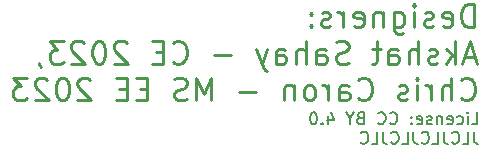
<source format=gbr>
%TF.GenerationSoftware,KiCad,Pcbnew,(5.1.10)-1*%
%TF.CreationDate,2022-03-27T12:35:49-04:00*%
%TF.ProjectId,M5TC-2022-U4BN,4d355443-2d32-4303-9232-2d5534424e2e,rev?*%
%TF.SameCoordinates,Original*%
%TF.FileFunction,Legend,Bot*%
%TF.FilePolarity,Positive*%
%FSLAX46Y46*%
G04 Gerber Fmt 4.6, Leading zero omitted, Abs format (unit mm)*
G04 Created by KiCad (PCBNEW (5.1.10)-1) date 2022-03-27 12:35:49*
%MOMM*%
%LPD*%
G01*
G04 APERTURE LIST*
%ADD10C,0.150000*%
%ADD11C,0.254000*%
G04 APERTURE END LIST*
D10*
X264618214Y-115832380D02*
X265094404Y-115832380D01*
X265094404Y-114832380D01*
X264284880Y-115832380D02*
X264284880Y-115165714D01*
X264284880Y-114832380D02*
X264332500Y-114880000D01*
X264284880Y-114927619D01*
X264237261Y-114880000D01*
X264284880Y-114832380D01*
X264284880Y-114927619D01*
X263380119Y-115784761D02*
X263475357Y-115832380D01*
X263665833Y-115832380D01*
X263761071Y-115784761D01*
X263808690Y-115737142D01*
X263856309Y-115641904D01*
X263856309Y-115356190D01*
X263808690Y-115260952D01*
X263761071Y-115213333D01*
X263665833Y-115165714D01*
X263475357Y-115165714D01*
X263380119Y-115213333D01*
X262570595Y-115784761D02*
X262665833Y-115832380D01*
X262856309Y-115832380D01*
X262951547Y-115784761D01*
X262999166Y-115689523D01*
X262999166Y-115308571D01*
X262951547Y-115213333D01*
X262856309Y-115165714D01*
X262665833Y-115165714D01*
X262570595Y-115213333D01*
X262522976Y-115308571D01*
X262522976Y-115403809D01*
X262999166Y-115499047D01*
X262094404Y-115165714D02*
X262094404Y-115832380D01*
X262094404Y-115260952D02*
X262046785Y-115213333D01*
X261951547Y-115165714D01*
X261808690Y-115165714D01*
X261713452Y-115213333D01*
X261665833Y-115308571D01*
X261665833Y-115832380D01*
X261237261Y-115784761D02*
X261142023Y-115832380D01*
X260951547Y-115832380D01*
X260856309Y-115784761D01*
X260808690Y-115689523D01*
X260808690Y-115641904D01*
X260856309Y-115546666D01*
X260951547Y-115499047D01*
X261094404Y-115499047D01*
X261189642Y-115451428D01*
X261237261Y-115356190D01*
X261237261Y-115308571D01*
X261189642Y-115213333D01*
X261094404Y-115165714D01*
X260951547Y-115165714D01*
X260856309Y-115213333D01*
X259999166Y-115784761D02*
X260094404Y-115832380D01*
X260284880Y-115832380D01*
X260380119Y-115784761D01*
X260427738Y-115689523D01*
X260427738Y-115308571D01*
X260380119Y-115213333D01*
X260284880Y-115165714D01*
X260094404Y-115165714D01*
X259999166Y-115213333D01*
X259951547Y-115308571D01*
X259951547Y-115403809D01*
X260427738Y-115499047D01*
X259522976Y-115737142D02*
X259475357Y-115784761D01*
X259522976Y-115832380D01*
X259570595Y-115784761D01*
X259522976Y-115737142D01*
X259522976Y-115832380D01*
X259522976Y-115213333D02*
X259475357Y-115260952D01*
X259522976Y-115308571D01*
X259570595Y-115260952D01*
X259522976Y-115213333D01*
X259522976Y-115308571D01*
X257713452Y-115737142D02*
X257761071Y-115784761D01*
X257903928Y-115832380D01*
X257999166Y-115832380D01*
X258142023Y-115784761D01*
X258237261Y-115689523D01*
X258284880Y-115594285D01*
X258332500Y-115403809D01*
X258332500Y-115260952D01*
X258284880Y-115070476D01*
X258237261Y-114975238D01*
X258142023Y-114880000D01*
X257999166Y-114832380D01*
X257903928Y-114832380D01*
X257761071Y-114880000D01*
X257713452Y-114927619D01*
X256713452Y-115737142D02*
X256761071Y-115784761D01*
X256903928Y-115832380D01*
X256999166Y-115832380D01*
X257142023Y-115784761D01*
X257237261Y-115689523D01*
X257284880Y-115594285D01*
X257332500Y-115403809D01*
X257332500Y-115260952D01*
X257284880Y-115070476D01*
X257237261Y-114975238D01*
X257142023Y-114880000D01*
X256999166Y-114832380D01*
X256903928Y-114832380D01*
X256761071Y-114880000D01*
X256713452Y-114927619D01*
X255189642Y-115308571D02*
X255046785Y-115356190D01*
X254999166Y-115403809D01*
X254951547Y-115499047D01*
X254951547Y-115641904D01*
X254999166Y-115737142D01*
X255046785Y-115784761D01*
X255142023Y-115832380D01*
X255522976Y-115832380D01*
X255522976Y-114832380D01*
X255189642Y-114832380D01*
X255094404Y-114880000D01*
X255046785Y-114927619D01*
X254999166Y-115022857D01*
X254999166Y-115118095D01*
X255046785Y-115213333D01*
X255094404Y-115260952D01*
X255189642Y-115308571D01*
X255522976Y-115308571D01*
X254332500Y-115356190D02*
X254332500Y-115832380D01*
X254665833Y-114832380D02*
X254332500Y-115356190D01*
X253999166Y-114832380D01*
X252475357Y-115165714D02*
X252475357Y-115832380D01*
X252713452Y-114784761D02*
X252951547Y-115499047D01*
X252332500Y-115499047D01*
X251951547Y-115737142D02*
X251903928Y-115784761D01*
X251951547Y-115832380D01*
X251999166Y-115784761D01*
X251951547Y-115737142D01*
X251951547Y-115832380D01*
X251284880Y-114832380D02*
X251189642Y-114832380D01*
X251094404Y-114880000D01*
X251046785Y-114927619D01*
X250999166Y-115022857D01*
X250951547Y-115213333D01*
X250951547Y-115451428D01*
X250999166Y-115641904D01*
X251046785Y-115737142D01*
X251094404Y-115784761D01*
X251189642Y-115832380D01*
X251284880Y-115832380D01*
X251380119Y-115784761D01*
X251427738Y-115737142D01*
X251475357Y-115641904D01*
X251522976Y-115451428D01*
X251522976Y-115213333D01*
X251475357Y-115022857D01*
X251427738Y-114927619D01*
X251380119Y-114880000D01*
X251284880Y-114832380D01*
X264808690Y-116482380D02*
X264808690Y-117196666D01*
X264856309Y-117339523D01*
X264951547Y-117434761D01*
X265094404Y-117482380D01*
X265189642Y-117482380D01*
X263856309Y-117482380D02*
X264332500Y-117482380D01*
X264332500Y-116482380D01*
X262951547Y-117387142D02*
X262999166Y-117434761D01*
X263142023Y-117482380D01*
X263237261Y-117482380D01*
X263380119Y-117434761D01*
X263475357Y-117339523D01*
X263522976Y-117244285D01*
X263570595Y-117053809D01*
X263570595Y-116910952D01*
X263522976Y-116720476D01*
X263475357Y-116625238D01*
X263380119Y-116530000D01*
X263237261Y-116482380D01*
X263142023Y-116482380D01*
X262999166Y-116530000D01*
X262951547Y-116577619D01*
X262237261Y-116482380D02*
X262237261Y-117196666D01*
X262284880Y-117339523D01*
X262380119Y-117434761D01*
X262522976Y-117482380D01*
X262618214Y-117482380D01*
X261284880Y-117482380D02*
X261761071Y-117482380D01*
X261761071Y-116482380D01*
X260380119Y-117387142D02*
X260427738Y-117434761D01*
X260570595Y-117482380D01*
X260665833Y-117482380D01*
X260808690Y-117434761D01*
X260903928Y-117339523D01*
X260951547Y-117244285D01*
X260999166Y-117053809D01*
X260999166Y-116910952D01*
X260951547Y-116720476D01*
X260903928Y-116625238D01*
X260808690Y-116530000D01*
X260665833Y-116482380D01*
X260570595Y-116482380D01*
X260427738Y-116530000D01*
X260380119Y-116577619D01*
X259665833Y-116482380D02*
X259665833Y-117196666D01*
X259713452Y-117339523D01*
X259808690Y-117434761D01*
X259951547Y-117482380D01*
X260046785Y-117482380D01*
X258713452Y-117482380D02*
X259189642Y-117482380D01*
X259189642Y-116482380D01*
X257808690Y-117387142D02*
X257856309Y-117434761D01*
X257999166Y-117482380D01*
X258094404Y-117482380D01*
X258237261Y-117434761D01*
X258332500Y-117339523D01*
X258380119Y-117244285D01*
X258427738Y-117053809D01*
X258427738Y-116910952D01*
X258380119Y-116720476D01*
X258332500Y-116625238D01*
X258237261Y-116530000D01*
X258094404Y-116482380D01*
X257999166Y-116482380D01*
X257856309Y-116530000D01*
X257808690Y-116577619D01*
X257094404Y-116482380D02*
X257094404Y-117196666D01*
X257142023Y-117339523D01*
X257237261Y-117434761D01*
X257380119Y-117482380D01*
X257475357Y-117482380D01*
X256142023Y-117482380D02*
X256618214Y-117482380D01*
X256618214Y-116482380D01*
X255237261Y-117387142D02*
X255284880Y-117434761D01*
X255427738Y-117482380D01*
X255522976Y-117482380D01*
X255665833Y-117434761D01*
X255761071Y-117339523D01*
X255808690Y-117244285D01*
X255856309Y-117053809D01*
X255856309Y-116910952D01*
X255808690Y-116720476D01*
X255761071Y-116625238D01*
X255665833Y-116530000D01*
X255522976Y-116482380D01*
X255427738Y-116482380D01*
X255284880Y-116530000D01*
X255237261Y-116577619D01*
D11*
X264811328Y-107605285D02*
X264811328Y-105700285D01*
X264357757Y-105700285D01*
X264085614Y-105791000D01*
X263904185Y-105972428D01*
X263813471Y-106153857D01*
X263722757Y-106516714D01*
X263722757Y-106788857D01*
X263813471Y-107151714D01*
X263904185Y-107333142D01*
X264085614Y-107514571D01*
X264357757Y-107605285D01*
X264811328Y-107605285D01*
X262180614Y-107514571D02*
X262362042Y-107605285D01*
X262724900Y-107605285D01*
X262906328Y-107514571D01*
X262997042Y-107333142D01*
X262997042Y-106607428D01*
X262906328Y-106426000D01*
X262724900Y-106335285D01*
X262362042Y-106335285D01*
X262180614Y-106426000D01*
X262089900Y-106607428D01*
X262089900Y-106788857D01*
X262997042Y-106970285D01*
X261364185Y-107514571D02*
X261182757Y-107605285D01*
X260819900Y-107605285D01*
X260638471Y-107514571D01*
X260547757Y-107333142D01*
X260547757Y-107242428D01*
X260638471Y-107061000D01*
X260819900Y-106970285D01*
X261092042Y-106970285D01*
X261273471Y-106879571D01*
X261364185Y-106698142D01*
X261364185Y-106607428D01*
X261273471Y-106426000D01*
X261092042Y-106335285D01*
X260819900Y-106335285D01*
X260638471Y-106426000D01*
X259731328Y-107605285D02*
X259731328Y-106335285D01*
X259731328Y-105700285D02*
X259822042Y-105791000D01*
X259731328Y-105881714D01*
X259640614Y-105791000D01*
X259731328Y-105700285D01*
X259731328Y-105881714D01*
X258007757Y-106335285D02*
X258007757Y-107877428D01*
X258098471Y-108058857D01*
X258189185Y-108149571D01*
X258370614Y-108240285D01*
X258642757Y-108240285D01*
X258824185Y-108149571D01*
X258007757Y-107514571D02*
X258189185Y-107605285D01*
X258552042Y-107605285D01*
X258733471Y-107514571D01*
X258824185Y-107423857D01*
X258914900Y-107242428D01*
X258914900Y-106698142D01*
X258824185Y-106516714D01*
X258733471Y-106426000D01*
X258552042Y-106335285D01*
X258189185Y-106335285D01*
X258007757Y-106426000D01*
X257100614Y-106335285D02*
X257100614Y-107605285D01*
X257100614Y-106516714D02*
X257009900Y-106426000D01*
X256828471Y-106335285D01*
X256556328Y-106335285D01*
X256374900Y-106426000D01*
X256284185Y-106607428D01*
X256284185Y-107605285D01*
X254651328Y-107514571D02*
X254832757Y-107605285D01*
X255195614Y-107605285D01*
X255377042Y-107514571D01*
X255467757Y-107333142D01*
X255467757Y-106607428D01*
X255377042Y-106426000D01*
X255195614Y-106335285D01*
X254832757Y-106335285D01*
X254651328Y-106426000D01*
X254560614Y-106607428D01*
X254560614Y-106788857D01*
X255467757Y-106970285D01*
X253744185Y-107605285D02*
X253744185Y-106335285D01*
X253744185Y-106698142D02*
X253653471Y-106516714D01*
X253562757Y-106426000D01*
X253381328Y-106335285D01*
X253199900Y-106335285D01*
X252655614Y-107514571D02*
X252474185Y-107605285D01*
X252111328Y-107605285D01*
X251929900Y-107514571D01*
X251839185Y-107333142D01*
X251839185Y-107242428D01*
X251929900Y-107061000D01*
X252111328Y-106970285D01*
X252383471Y-106970285D01*
X252564900Y-106879571D01*
X252655614Y-106698142D01*
X252655614Y-106607428D01*
X252564900Y-106426000D01*
X252383471Y-106335285D01*
X252111328Y-106335285D01*
X251929900Y-106426000D01*
X251022757Y-107423857D02*
X250932042Y-107514571D01*
X251022757Y-107605285D01*
X251113471Y-107514571D01*
X251022757Y-107423857D01*
X251022757Y-107605285D01*
X251022757Y-106426000D02*
X250932042Y-106516714D01*
X251022757Y-106607428D01*
X251113471Y-106516714D01*
X251022757Y-106426000D01*
X251022757Y-106607428D01*
X264902042Y-110172500D02*
X263994900Y-110172500D01*
X265083471Y-110716785D02*
X264448471Y-108811785D01*
X263813471Y-110716785D01*
X263178471Y-110716785D02*
X263178471Y-108811785D01*
X262997042Y-109991071D02*
X262452757Y-110716785D01*
X262452757Y-109446785D02*
X263178471Y-110172500D01*
X261727042Y-110626071D02*
X261545614Y-110716785D01*
X261182757Y-110716785D01*
X261001328Y-110626071D01*
X260910614Y-110444642D01*
X260910614Y-110353928D01*
X261001328Y-110172500D01*
X261182757Y-110081785D01*
X261454900Y-110081785D01*
X261636328Y-109991071D01*
X261727042Y-109809642D01*
X261727042Y-109718928D01*
X261636328Y-109537500D01*
X261454900Y-109446785D01*
X261182757Y-109446785D01*
X261001328Y-109537500D01*
X260094185Y-110716785D02*
X260094185Y-108811785D01*
X259277757Y-110716785D02*
X259277757Y-109718928D01*
X259368471Y-109537500D01*
X259549900Y-109446785D01*
X259822042Y-109446785D01*
X260003471Y-109537500D01*
X260094185Y-109628214D01*
X257554185Y-110716785D02*
X257554185Y-109718928D01*
X257644900Y-109537500D01*
X257826328Y-109446785D01*
X258189185Y-109446785D01*
X258370614Y-109537500D01*
X257554185Y-110626071D02*
X257735614Y-110716785D01*
X258189185Y-110716785D01*
X258370614Y-110626071D01*
X258461328Y-110444642D01*
X258461328Y-110263214D01*
X258370614Y-110081785D01*
X258189185Y-109991071D01*
X257735614Y-109991071D01*
X257554185Y-109900357D01*
X256919185Y-109446785D02*
X256193471Y-109446785D01*
X256647042Y-108811785D02*
X256647042Y-110444642D01*
X256556328Y-110626071D01*
X256374900Y-110716785D01*
X256193471Y-110716785D01*
X254197757Y-110626071D02*
X253925614Y-110716785D01*
X253472042Y-110716785D01*
X253290614Y-110626071D01*
X253199900Y-110535357D01*
X253109185Y-110353928D01*
X253109185Y-110172500D01*
X253199900Y-109991071D01*
X253290614Y-109900357D01*
X253472042Y-109809642D01*
X253834900Y-109718928D01*
X254016328Y-109628214D01*
X254107042Y-109537500D01*
X254197757Y-109356071D01*
X254197757Y-109174642D01*
X254107042Y-108993214D01*
X254016328Y-108902500D01*
X253834900Y-108811785D01*
X253381328Y-108811785D01*
X253109185Y-108902500D01*
X251476328Y-110716785D02*
X251476328Y-109718928D01*
X251567042Y-109537500D01*
X251748471Y-109446785D01*
X252111328Y-109446785D01*
X252292757Y-109537500D01*
X251476328Y-110626071D02*
X251657757Y-110716785D01*
X252111328Y-110716785D01*
X252292757Y-110626071D01*
X252383471Y-110444642D01*
X252383471Y-110263214D01*
X252292757Y-110081785D01*
X252111328Y-109991071D01*
X251657757Y-109991071D01*
X251476328Y-109900357D01*
X250569185Y-110716785D02*
X250569185Y-108811785D01*
X249752757Y-110716785D02*
X249752757Y-109718928D01*
X249843471Y-109537500D01*
X250024900Y-109446785D01*
X250297042Y-109446785D01*
X250478471Y-109537500D01*
X250569185Y-109628214D01*
X248029185Y-110716785D02*
X248029185Y-109718928D01*
X248119900Y-109537500D01*
X248301328Y-109446785D01*
X248664185Y-109446785D01*
X248845614Y-109537500D01*
X248029185Y-110626071D02*
X248210614Y-110716785D01*
X248664185Y-110716785D01*
X248845614Y-110626071D01*
X248936328Y-110444642D01*
X248936328Y-110263214D01*
X248845614Y-110081785D01*
X248664185Y-109991071D01*
X248210614Y-109991071D01*
X248029185Y-109900357D01*
X247303471Y-109446785D02*
X246849900Y-110716785D01*
X246396328Y-109446785D02*
X246849900Y-110716785D01*
X247031328Y-111170357D01*
X247122042Y-111261071D01*
X247303471Y-111351785D01*
X244219185Y-109991071D02*
X242767757Y-109991071D01*
X239320614Y-110535357D02*
X239411328Y-110626071D01*
X239683471Y-110716785D01*
X239864900Y-110716785D01*
X240137042Y-110626071D01*
X240318471Y-110444642D01*
X240409185Y-110263214D01*
X240499900Y-109900357D01*
X240499900Y-109628214D01*
X240409185Y-109265357D01*
X240318471Y-109083928D01*
X240137042Y-108902500D01*
X239864900Y-108811785D01*
X239683471Y-108811785D01*
X239411328Y-108902500D01*
X239320614Y-108993214D01*
X238504185Y-109718928D02*
X237869185Y-109718928D01*
X237597042Y-110716785D02*
X238504185Y-110716785D01*
X238504185Y-108811785D01*
X237597042Y-108811785D01*
X235419900Y-108993214D02*
X235329185Y-108902500D01*
X235147757Y-108811785D01*
X234694185Y-108811785D01*
X234512757Y-108902500D01*
X234422042Y-108993214D01*
X234331328Y-109174642D01*
X234331328Y-109356071D01*
X234422042Y-109628214D01*
X235510614Y-110716785D01*
X234331328Y-110716785D01*
X233152042Y-108811785D02*
X232970614Y-108811785D01*
X232789185Y-108902500D01*
X232698471Y-108993214D01*
X232607757Y-109174642D01*
X232517042Y-109537500D01*
X232517042Y-109991071D01*
X232607757Y-110353928D01*
X232698471Y-110535357D01*
X232789185Y-110626071D01*
X232970614Y-110716785D01*
X233152042Y-110716785D01*
X233333471Y-110626071D01*
X233424185Y-110535357D01*
X233514900Y-110353928D01*
X233605614Y-109991071D01*
X233605614Y-109537500D01*
X233514900Y-109174642D01*
X233424185Y-108993214D01*
X233333471Y-108902500D01*
X233152042Y-108811785D01*
X231791328Y-108993214D02*
X231700614Y-108902500D01*
X231519185Y-108811785D01*
X231065614Y-108811785D01*
X230884185Y-108902500D01*
X230793471Y-108993214D01*
X230702757Y-109174642D01*
X230702757Y-109356071D01*
X230793471Y-109628214D01*
X231882042Y-110716785D01*
X230702757Y-110716785D01*
X230067757Y-108811785D02*
X228888471Y-108811785D01*
X229523471Y-109537500D01*
X229251328Y-109537500D01*
X229069900Y-109628214D01*
X228979185Y-109718928D01*
X228888471Y-109900357D01*
X228888471Y-110353928D01*
X228979185Y-110535357D01*
X229069900Y-110626071D01*
X229251328Y-110716785D01*
X229795614Y-110716785D01*
X229977042Y-110626071D01*
X230067757Y-110535357D01*
X227981328Y-110626071D02*
X227981328Y-110716785D01*
X228072042Y-110898214D01*
X228162757Y-110988928D01*
X263722757Y-113646857D02*
X263813471Y-113737571D01*
X264085614Y-113828285D01*
X264267042Y-113828285D01*
X264539185Y-113737571D01*
X264720614Y-113556142D01*
X264811328Y-113374714D01*
X264902042Y-113011857D01*
X264902042Y-112739714D01*
X264811328Y-112376857D01*
X264720614Y-112195428D01*
X264539185Y-112014000D01*
X264267042Y-111923285D01*
X264085614Y-111923285D01*
X263813471Y-112014000D01*
X263722757Y-112104714D01*
X262906328Y-113828285D02*
X262906328Y-111923285D01*
X262089900Y-113828285D02*
X262089900Y-112830428D01*
X262180614Y-112649000D01*
X262362042Y-112558285D01*
X262634185Y-112558285D01*
X262815614Y-112649000D01*
X262906328Y-112739714D01*
X261182757Y-113828285D02*
X261182757Y-112558285D01*
X261182757Y-112921142D02*
X261092042Y-112739714D01*
X261001328Y-112649000D01*
X260819900Y-112558285D01*
X260638471Y-112558285D01*
X260003471Y-113828285D02*
X260003471Y-112558285D01*
X260003471Y-111923285D02*
X260094185Y-112014000D01*
X260003471Y-112104714D01*
X259912757Y-112014000D01*
X260003471Y-111923285D01*
X260003471Y-112104714D01*
X259187042Y-113737571D02*
X259005614Y-113828285D01*
X258642757Y-113828285D01*
X258461328Y-113737571D01*
X258370614Y-113556142D01*
X258370614Y-113465428D01*
X258461328Y-113284000D01*
X258642757Y-113193285D01*
X258914900Y-113193285D01*
X259096328Y-113102571D01*
X259187042Y-112921142D01*
X259187042Y-112830428D01*
X259096328Y-112649000D01*
X258914900Y-112558285D01*
X258642757Y-112558285D01*
X258461328Y-112649000D01*
X255014185Y-113646857D02*
X255104900Y-113737571D01*
X255377042Y-113828285D01*
X255558471Y-113828285D01*
X255830614Y-113737571D01*
X256012042Y-113556142D01*
X256102757Y-113374714D01*
X256193471Y-113011857D01*
X256193471Y-112739714D01*
X256102757Y-112376857D01*
X256012042Y-112195428D01*
X255830614Y-112014000D01*
X255558471Y-111923285D01*
X255377042Y-111923285D01*
X255104900Y-112014000D01*
X255014185Y-112104714D01*
X253381328Y-113828285D02*
X253381328Y-112830428D01*
X253472042Y-112649000D01*
X253653471Y-112558285D01*
X254016328Y-112558285D01*
X254197757Y-112649000D01*
X253381328Y-113737571D02*
X253562757Y-113828285D01*
X254016328Y-113828285D01*
X254197757Y-113737571D01*
X254288471Y-113556142D01*
X254288471Y-113374714D01*
X254197757Y-113193285D01*
X254016328Y-113102571D01*
X253562757Y-113102571D01*
X253381328Y-113011857D01*
X252474185Y-113828285D02*
X252474185Y-112558285D01*
X252474185Y-112921142D02*
X252383471Y-112739714D01*
X252292757Y-112649000D01*
X252111328Y-112558285D01*
X251929900Y-112558285D01*
X251022757Y-113828285D02*
X251204185Y-113737571D01*
X251294900Y-113646857D01*
X251385614Y-113465428D01*
X251385614Y-112921142D01*
X251294900Y-112739714D01*
X251204185Y-112649000D01*
X251022757Y-112558285D01*
X250750614Y-112558285D01*
X250569185Y-112649000D01*
X250478471Y-112739714D01*
X250387757Y-112921142D01*
X250387757Y-113465428D01*
X250478471Y-113646857D01*
X250569185Y-113737571D01*
X250750614Y-113828285D01*
X251022757Y-113828285D01*
X249571328Y-112558285D02*
X249571328Y-113828285D01*
X249571328Y-112739714D02*
X249480614Y-112649000D01*
X249299185Y-112558285D01*
X249027042Y-112558285D01*
X248845614Y-112649000D01*
X248754900Y-112830428D01*
X248754900Y-113828285D01*
X246396328Y-113102571D02*
X244944900Y-113102571D01*
X242586328Y-113828285D02*
X242586328Y-111923285D01*
X241951328Y-113284000D01*
X241316328Y-111923285D01*
X241316328Y-113828285D01*
X240499900Y-113737571D02*
X240227757Y-113828285D01*
X239774185Y-113828285D01*
X239592757Y-113737571D01*
X239502042Y-113646857D01*
X239411328Y-113465428D01*
X239411328Y-113284000D01*
X239502042Y-113102571D01*
X239592757Y-113011857D01*
X239774185Y-112921142D01*
X240137042Y-112830428D01*
X240318471Y-112739714D01*
X240409185Y-112649000D01*
X240499900Y-112467571D01*
X240499900Y-112286142D01*
X240409185Y-112104714D01*
X240318471Y-112014000D01*
X240137042Y-111923285D01*
X239683471Y-111923285D01*
X239411328Y-112014000D01*
X237143471Y-112830428D02*
X236508471Y-112830428D01*
X236236328Y-113828285D02*
X237143471Y-113828285D01*
X237143471Y-111923285D01*
X236236328Y-111923285D01*
X235419900Y-112830428D02*
X234784900Y-112830428D01*
X234512757Y-113828285D02*
X235419900Y-113828285D01*
X235419900Y-111923285D01*
X234512757Y-111923285D01*
X232335614Y-112104714D02*
X232244900Y-112014000D01*
X232063471Y-111923285D01*
X231609900Y-111923285D01*
X231428471Y-112014000D01*
X231337757Y-112104714D01*
X231247042Y-112286142D01*
X231247042Y-112467571D01*
X231337757Y-112739714D01*
X232426328Y-113828285D01*
X231247042Y-113828285D01*
X230067757Y-111923285D02*
X229886328Y-111923285D01*
X229704900Y-112014000D01*
X229614185Y-112104714D01*
X229523471Y-112286142D01*
X229432757Y-112649000D01*
X229432757Y-113102571D01*
X229523471Y-113465428D01*
X229614185Y-113646857D01*
X229704900Y-113737571D01*
X229886328Y-113828285D01*
X230067757Y-113828285D01*
X230249185Y-113737571D01*
X230339900Y-113646857D01*
X230430614Y-113465428D01*
X230521328Y-113102571D01*
X230521328Y-112649000D01*
X230430614Y-112286142D01*
X230339900Y-112104714D01*
X230249185Y-112014000D01*
X230067757Y-111923285D01*
X228707042Y-112104714D02*
X228616328Y-112014000D01*
X228434900Y-111923285D01*
X227981328Y-111923285D01*
X227799900Y-112014000D01*
X227709185Y-112104714D01*
X227618471Y-112286142D01*
X227618471Y-112467571D01*
X227709185Y-112739714D01*
X228797757Y-113828285D01*
X227618471Y-113828285D01*
X226983471Y-111923285D02*
X225804185Y-111923285D01*
X226439185Y-112649000D01*
X226167042Y-112649000D01*
X225985614Y-112739714D01*
X225894900Y-112830428D01*
X225804185Y-113011857D01*
X225804185Y-113465428D01*
X225894900Y-113646857D01*
X225985614Y-113737571D01*
X226167042Y-113828285D01*
X226711328Y-113828285D01*
X226892757Y-113737571D01*
X226983471Y-113646857D01*
M02*

</source>
